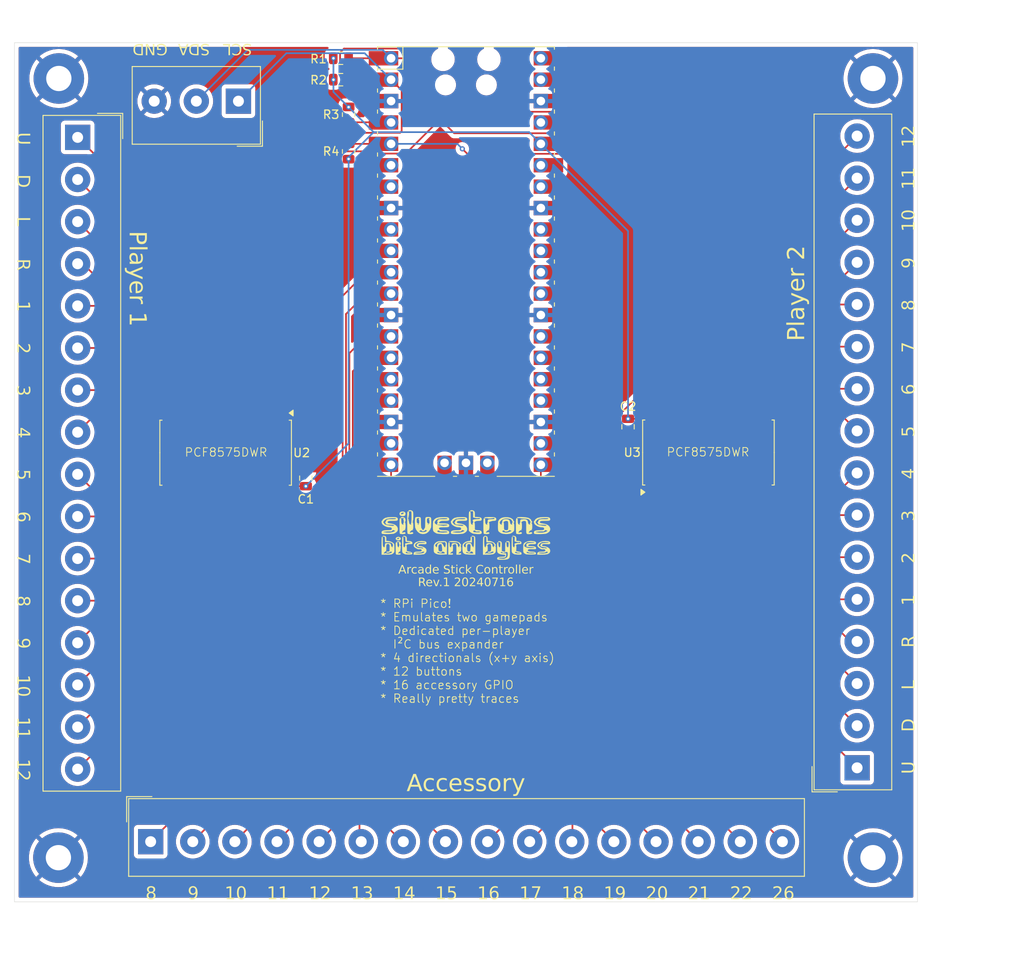
<source format=kicad_pcb>
(kicad_pcb (version 20240108) (generator "pcbnew") (generator_version "8.0")
  (layers (0 "F.Cu" signal) (31 "B.Cu" signal) (34 "B.Paste" user) (35 "F.Paste" user) (36 "B.SilkS" user "B.Silkscreen") (37 "F.SilkS" user "F.Silkscreen") (38 "B.Mask" user) (39 "F.Mask" user) (44 "Edge.Cuts" user))
  (net 0 "")
  (net 1 "+3.3V")
  (net 2 "Net-(J2-Pin_6)")
  (net 3 "Net-(J2-Pin_5)")
  (net 4 "Net-(J2-Pin_16)")
  (net 5 "Net-(J2-Pin_12)")
  (net 6 "Net-(J2-Pin_10)")
  (net 7 "Net-(J2-Pin_7)")
  (net 8 "Net-(J2-Pin_13)")
  (net 9 "Net-(J2-Pin_4)")
  (net 10 "Net-(J2-Pin_11)")
  (net 11 "Net-(J2-Pin_15)")
  (net 12 "Net-(J2-Pin_1)")
  (net 13 "Net-(J2-Pin_14)")
  (net 14 "Net-(J2-Pin_3)")
  (net 15 "Net-(J2-Pin_2)")
  (net 16 "Net-(J2-Pin_9)")
  (net 17 "Net-(J2-Pin_8)")
  (net 18 "/EXP_SDA")
  (net 19 "/EXP_SCL")
  (net 20 "/P1_INT")
  (net 21 "/P2_INT")
  (net 22 "GND")
  (net 23 "Net-(J1-Pin_6)")
  (net 24 "Net-(J1-Pin_5)")
  (net 25 "Net-(J1-Pin_16)")
  (net 26 "Net-(J1-Pin_12)")
  (net 27 "Net-(J1-Pin_10)")
  (net 28 "Net-(J1-Pin_7)")
  (net 29 "Net-(J1-Pin_13)")
  (net 30 "Net-(J1-Pin_4)")
  (net 31 "Net-(J1-Pin_11)")
  (net 32 "Net-(J1-Pin_15)")
  (net 33 "Net-(J1-Pin_1)")
  (net 34 "Net-(J1-Pin_14)")
  (net 35 "Net-(J1-Pin_3)")
  (net 36 "Net-(J1-Pin_2)")
  (net 37 "Net-(J1-Pin_9)")
  (net 38 "Net-(J1-Pin_8)")
  (net 48 "Net-(J3-Pin_4)")
  (net 49 "Net-(J3-Pin_6)")
  (net 50 "Net-(J3-Pin_13)")
  (net 51 "Net-(J3-Pin_14)")
  (net 52 "Net-(J3-Pin_16)")
  (net 53 "Net-(J3-Pin_11)")
  (net 54 "Net-(J3-Pin_10)")
  (net 55 "Net-(J3-Pin_9)")
  (net 56 "Net-(J3-Pin_1)")
  (net 57 "Net-(J3-Pin_15)")
  (net 58 "Net-(J3-Pin_3)")
  (net 59 "Net-(J3-Pin_2)")
  (net 60 "Net-(J3-Pin_7)")
  (net 61 "Net-(J3-Pin_12)")
  (net 62 "Net-(J3-Pin_8)")
  (net 63 "Net-(J3-Pin_5)")
  (footprint "MountingHole:MountingHole_3mm_Pad" (layer "F.Cu") (at 99.3775 137.06)
    (property "Reference" "H3" (hide yes))
    (property "Value" "MountingHole_Pad")
  )
  (footprint "Resistor_SMD:R_0805_2012Metric" (layer "F.Cu") (at 132.915 44.7)
    (property "Reference" "R2")
    (property "Value" "10k")
  )
  (footprint "TerminalBlock_Altech:Altech_AK100_1x16_P5.00mm" (layer "F.Cu") (at 194.195 126.3925 90)
    (property "Reference" "J2" (hide yes))
    (property "Value" "Player 2" (hide yes))
  )
  (footprint "TerminalBlock_Altech:Altech_AK100_1x03_P5.00mm" (layer "F.Cu") (at 120.75 47.25 180)
    (property "Reference" "J4" (hide yes))
    (property "Value" "I2C")
  )
  (footprint "Package_SO:SOIC-24W_7.5x15.4mm_P1.27mm" (layer "F.Cu") (at 176.545 88.96 90)
    (property "Reference" "U3")
    (property "Value" "PCF8575DWR")
  )
  (footprint "TerminalBlock_Altech:Altech_AK100_1x16_P5.00mm" (layer "F.Cu") (at 110.3275 135.16)
    (property "Reference" "J3" (hide yes))
    (property "Value" "Accessory")
  )
  (footprint "Package_SO:SOIC-24W_7.5x15.4mm_P1.27mm" (layer "F.Cu") (at 119.2275 88.985001 -90)
    (property "Reference" "U2")
    (property "Value" "PCF8575DWR")
  )
  (footprint "MountingHole:MountingHole_3mm_Pad" (layer "F.Cu") (at 196.0775 137.06)
    (property "Reference" "H4" (hide yes))
    (property "Value" "MountingHole_Pad")
  )
  (footprint "TerminalBlock_Altech:Altech_AK100_1x16_P5.00mm" (layer "F.Cu") (at 101.659999 51.552501 -90)
    (property "Reference" "J1" (hide yes))
    (property "Value" "Player 1")
  )
  (footprint "Resistor_SMD:R_0805_2012Metric" (layer "F.Cu") (at 133.8275 48.8475 -90)
    (property "Reference" "R3")
    (property "Value" "10k")
  )
  (footprint "Resistor_SMD:R_0805_2012Metric" (layer "F.Cu") (at 132.915 42.16)
    (property "Reference" "R1")
    (property "Value" "10k")
  )
  (footprint "MountingHole:MountingHole_3mm_Pad" (layer "F.Cu") (at 196.0775 44.56)
    (property "Reference" "H2" (hide yes))
    (property "Value" "MountingHole_Pad")
  )
  (footprint "Resistor_SMD:R_0805_2012Metric" (layer "F.Cu") (at 133.8275 53.2225 90)
    (property "Reference" "R4")
    (property "Value" "10k")
  )
  (footprint "Symbol:OSHW-Logo2_9.8x8mm_Copper" (layer "F.Cu") (at 179.75 46.25)
    (property "Reference" "REF**" (hide yes))
    (property "Value" "OSHW-Logo2_9.8x8mm_Copper" (hide yes))
  )
  (footprint "Capacitor_SMD:C_0805_2012Metric" (layer "F.Cu") (at 128.75 92.01 90)
    (property "Reference" "C1")
    (property "Value" "100nF")
  )
  (footprint "MountingHole:MountingHole_3mm_Pad" (layer "F.Cu") (at 99.4275 44.56)
    (property "Reference" "H1" (hide yes))
    (property "Value" "MountingHole_Pad")
  )
  (footprint "KiCad Components:sbab-logo-20x6mm" (layer "F.Cu") (at 147.75 98.75)
    (property "Reference" "G***" (hide yes))
    (property "Value" "LOGO" (hide yes))
  )
  (footprint "KiCad Components:RPi_Pico_SMD_TH" (layer "F.Cu") (at 147.76 66.29)
    (property "Reference" "U1" (hide yes))
    (property "Value" "Pico")
  )
  (footprint "Capacitor_SMD:C_0805_2012Metric" (layer "F.Cu") (at 167 85.91 -90)
    (property "Reference" "C2")
    (property "Value" "100nF")
  )
  (gr_rect (start 94.16 40.31) (end 201.36 142.31) (stroke (width 0.05)) (fill none) (layer "Edge.Cuts"))
  (gr_text "Player 1" (at 107.5 62.635137 -90) (layer "F.SilkS") (effects (font (size 2 2) (thickness 0.1)) (justify left bottom)))
  (gr_text "4" (at 201.25 92.135241 90) (layer "F.SilkS") (effects (font (size 1.5 1.5) (thickness 0.1)) (justify left bottom)))
  (gr_text "2" (at 201.25 102.13524 90) (layer "F.SilkS") (effects (font (size 1.5 1.5) (thickness 0.1)) (justify left bottom)))
  (gr_text "18" (at 159.097982 142.25 0) (layer "F.SilkS") (effects (font (size 1.5 1.5) (thickness 0.1)) (justify left bottom)))
  (gr_text "12" (at 201.25 52.749998 90) (layer "F.SilkS") (effects (font (size 1.5 1.5) (thickness 0.1)) (justify left bottom)))
  (gr_text "U" (at 94.25 50.937742 270) (layer "F.SilkS") (effects (font (size 1.5 1.5) (thickness 0.1)) (justify left bottom)))
  (gr_text "U" (at 201.25 127.13524 90) (layer "F.SilkS") (effects (font (size 1.5 1.5) (thickness 0.1)) (justify left bottom)))
  (gr_text "21" (at 174.097982 142.25 0) (layer "F.SilkS") (effects (font (size 1.5 1.5) (thickness 0.1)) (justify left bottom)))
  (gr_text "1" (at 94.25 70.937743 270) (layer "F.SilkS") (effects (font (size 1.5 1.5) (thickness 0.1)) (justify left bottom)))
  (gr_text "12" (at 94.25 125.322984 270) (layer "F.SilkS") (effects (font (size 1.5 1.5) (thickness 0.1)) (justify left bottom)))
  (gr_text "D" (at 94.25 55.937742 270) (layer "F.SilkS") (effects (font (size 1.5 1.5) (thickness 0.1)) (justify left bottom)))
  (gr_text "D" (at 201.25 122.135242 90) (layer "F.SilkS") (effects (font (size 1.5 1.5) (thickness 0.1)) (justify left bottom)))
  (gr_text "7" (at 94.25 100.937742 270) (layer "F.SilkS") (effects (font (size 1.5 1.5) (thickness 0.1)) (justify left bottom)))
  (gr_text "SDA" (at 117.348374 40.25 180) (layer "F.SilkS") (effects (font (size 1.3 1.3) (thickness 0.1)) (justify left bottom)))
  (gr_text "L" (at 94.25 60.937742 270) (layer "F.SilkS") (effects (font (size 1.5 1.5) (thickness 0.1)) (justify left bottom)))
  (gr_text "17" (at 154.097982 142.25 0) (layer "F.SilkS") (effects (font (size 1.5 1.5) (thickness 0.1)) (justify left bottom)))
  (gr_text "11" (at 124.097982 142.25 0) (layer "F.SilkS") (effects (font (size 1.5 1.5) (thickness 0.1)) (justify left bottom)))
  (gr_text "20" (at 169.097982 142.25 0) (layer "F.SilkS") (effects (font (size 1.5 1.5) (thickness 0.1)) (justify left bottom)))
  (gr_text "13" (at 134.097982 142.25 0) (layer "F.SilkS") (effects (font (size 1.5 1.5) (thickness 0.1)) (justify left bottom)))
  (gr_text "3" (at 201.25 97.135242 90) (layer "F.SilkS") (effects (font (size 1.5 1.5) (thickness 0.1)) (justify left bottom)))
  (gr_text "R" (at 94.25 65.937742 270) (layer "F.SilkS") (effects (font (size 1.5 1.5) (thickness 0.1)) (justify left bottom)))
  (gr_text "L" (at 201.25 117.135242 90) (layer "F.SilkS") (effects (font (size 1.5 1.5) (thickness 0.1)) (justify left bottom)))
  (gr_text "4" (at 94.25 85.937742 270) (layer "F.SilkS") (effects (font (size 1.5 1.5) (thickness 0.1)) (justify left bottom)))
  (gr_text "6" (at 94.25 95.937742 270) (layer "F.SilkS") (effects (font (size 1.5 1.5) (thickness 0.1)) (justify left bottom)))
  (gr_text "10" (at 201.25 62.75 90) (layer "F.SilkS") (effects (font (size 1.5 1.5) (thickness 0.1)) (justify left bottom)))
  (gr_text "19" (at 164.097982 142.25 0) (layer "F.SilkS") (effects (font (size 1.5 1.5) (thickness 0.1)) (justify left bottom)))
  (gr_text "PCF8575DWR" (at 119.2775 89.524501 0) (layer "F.SilkS") (effects (font (size 1 1) (thickness 0.1)) (justify bottom)))
  (gr_text "1" (at 201.25 107.13524 90) (layer "F.SilkS") (effects (font (size 1.5 1.5) (thickness 0.1)) (justify left bottom)))
  (gr_text "26" (at 184.097982 142.25 0) (layer "F.SilkS") (effects (font (size 1.5 1.5) (thickness 0.1)) (justify left bottom)))
  (gr_text "3" (at 94.25 80.937741 270) (layer "F.SilkS") (effects (font (size 1.5 1.5) (thickness 0.1)) (justify left bottom)))
  (gr_text "8" (at 201.25 72.13524 90) (layer "F.SilkS") (effects (font (size 1.5 1.5) (thickness 0.1)) (justify left bottom)))
  (gr_text "Accessory" (at 147.76 129.5 0) (layer "F.SilkS") (effects (font (size 2 2) (thickness 0.1)) (justify bottom)))
  (gr_text "Arcade Stick Controller" (at 147.75 103.5 0) (layer "F.SilkS") (effects (font (size 1 1) (thickness 0.1)) (justify bottom)))
  (gr_text "5" (at 94.25 90.937742 270) (layer "F.SilkS") (effects (font (size 1.5 1.5) (thickness 0.1)) (justify left bottom)))
  (gr_text "22" (at 179.097982 142.25 0) (layer "F.SilkS") (effects (font (size 1.5 1.5) (thickness 0.1)) (justify left bottom)))
  (gr_text "15" (at 144.097982 142.25 0) (layer "F.SilkS") (effects (font (size 1.5 1.5) (thickness 0.1)) (justify left bottom)))
  (gr_text "* RPi Pico!\n* Emulates two gamepads\n* Dedicated per-player\n  I²C bus expander\n* 4 directionals (x+y axis)\n* 12 buttons\n* 16 accessory GPIO\n* Really pretty traces" (at 137.5 118.75 0) (layer "F.SilkS") (effects (font (size 1 1) (thickness 0.1)) (justify left bottom)))
  (gr_text "10" (at 119.097982 142.25 0) (layer "F.SilkS") (effects (font (size 1.5 1.5) (thickness 0.1)) (justify left bottom)))
  (gr_text "8" (at 94.25 105.937742 270) (layer "F.SilkS") (effects (font (size 1.5 1.5) (thickness 0.1)) (justify left bottom)))
  (gr_text "6" (at 201.25 82.135241 90) (layer "F.SilkS") (effects (font (size 1.5 1.5) (thickness 0.1)) (justify left bottom)))
  (gr_text "9" (at 201.25 67.135242 90) (layer "F.SilkS") (effects (font (size 1.5 1.5) (thickness 0.1)) (justify left bottom)))
  (gr_text "Player 2" (at 188.25 75.75 90) (layer "F.SilkS") (effects (font (size 2 2) (thickness 0.1)) (justify left bottom)))
  (gr_text "R" (at 201.25 112.135241 90) (layer "F.SilkS") (effects (font (size 1.5 1.5) (thickness 0.1)) (justify left bottom)))
  (gr_text "GND" (at 112.348374 40.25 180) (layer "F.SilkS") (effects (font (size 1.3 1.3) (thickness 0.1)) (justify left bottom)))
  (gr_text "8" (at 109.712741 142.25 0) (layer "F.SilkS") (effects (font (size 1.5 1.5) (thickness 0.1)) (justify left bottom)))
  (gr_text "SCL" (at 122.348374 40.25 180) (layer "F.SilkS") (effects (font (size 1.3 1.3) (thickness 0.1)) (justify left bottom)))
  (gr_text "2" (at 94.25 75.937743 270) (layer "F.SilkS") (effects (font (size 1.5 1.5) (thickness 0.1)) (justify left bottom)))
  (gr_text "7" (at 201.25 77.13524 90) (layer "F.SilkS") (effects (font (size 1.5 1.5) (thickness 0.1)) (justify left bottom)))
  (gr_text "9" (at 94.25 110.937742 270) (layer "F.SilkS") (effects (font (size 1.5 1.5) (thickness 0.1)) (justify left bottom)))
  (gr_text "10" (at 94.25 115.322983 270) (layer "F.SilkS") (effects (font (size 1.5 1.5) (thickness 0.1)) (justify left bottom)))
  (gr_text "16" (at 149.097982 142.25 0) (layer "F.SilkS") (effects (font (size 1.5 1.5) (thickness 0.1)) (justify left bottom)))
  (gr_text "11" (at 201.25 57.75 90) (layer "F.SilkS") (effects (font (size 1.5 1.5) (thickness 0.1)) (justify left bottom)))
  (gr_text "Rev.1 20240716" (at 147.75 105 0) (layer "F.SilkS") (effects (font (size 1 1) (thickness 0.1)) (justify bottom)))
  (gr_text "14" (at 139.097982 142.25 0) (layer "F.SilkS") (effects (font (size 1.5 1.5) (thickness 0.1)) (justify left bottom)))
  (gr_text "PCF8575DWR" (at 176.495 89.4995 0) (layer "F.SilkS") (effects (font (size 1 1) (thickness 0.1)) (justify bottom)))
  (gr_text "11" (at 94.25 120.322983 270) (layer "F.SilkS") (effects (font (size 1.5 1.5) (thickness 0.1)) (justify left bottom)))
  (gr_text "9" (at 114.712741 142.25 0) (layer "F.SilkS") (effects (font (size 1.5 1.5) (thickness 0.1)) (justify left bottom)))
  (gr_text "12" (at 129.097982 142.25 0) (layer "F.SilkS") (effects (font (size 1.5 1.5) (thickness 0.1)) (justify left bottom)))
  (gr_text "5" (at 201.25 87.135241 90) (layer "F.SilkS") (effects (font (size 1.5 1.5) (thickness 0.1)) (justify left bottom)))
  (segment (start 173.37 85.334999) (end 172.954999 85.75) (width 0.2) (layer "F.Cu") (net 1))
  (segment (start 169.975001 85.75) (end 169.56 85.334999) (width 0.2) (layer "F.Cu") (net 1))
  (segment (start 127.79 92.96) (end 128.75 92.96) (width 0.2) (layer "F.Cu") (net 1))
  (segment (start 169.56 85.334999) (end 169.56 84.31) (width 0.2) (layer "F.Cu") (net 1))
  (segment (start 168.69 84.31) (end 169.56 84.31) (width 0.2) (layer "F.Cu") (net 1))
  (segment (start 172.954999 85.75) (end 169.975001 85.75) (width 0.2) (layer "F.Cu") (net 1))
  (segment (start 126.2125 93.635001) (end 127.114999 93.635001) (width 0.2) (layer "F.Cu") (net 1))
  (segment (start 167 84.96) (end 168.04 84.96) (width 0.2) (layer "F.Cu") (net 1))
  (segment (start 127.114999 93.635001) (end 127.79 92.96) (width 0.2) (layer "F.Cu") (net 1))
  (segment (start 168.04 84.96) (end 168.69 84.31) (width 0.2) (layer "F.Cu") (net 1))
  (segment (start 173.37 84.31) (end 173.37 85.334999) (width 0.2) (layer "F.Cu") (net 1))
  (via (at 132.0275 42.16) (size 0.6) (drill 0.3) (layers "F.Cu" "B.Cu") (net 1))
  (via (at 167 84.96) (size 0.6) (drill 0.3) (layers "F.Cu" "B.Cu") (net 1))
  (via (at 128.75 92.96) (size 0.6) (drill 0.3) (layers "F.Cu" "B.Cu") (net 1))
  (via (at 132.0275 44.71) (size 0.6) (drill 0.3) (layers "F.Cu" "B.Cu") (net 1))
  (via (at 133.8275 54.11) (size 0.6) (drill 0.3) (layers "F.Cu" "B.Cu") (net 1))
  (via (at 133.8275 47.96) (size 0.6) (drill 0.3) (layers "F.Cu" "B.Cu") (net 1))
  (segment (start 133.8275 53.9) (end 136.7975 50.93) (width 0.2) (layer "B.Cu") (net 1))
  (segment (start 156.65 52.32) (end 167 62.67) (width 0.2) (layer "B.Cu") (net 1))
  (segment (start 133.8275 83) (end 133.8275 87.8825) (width 0.2) (layer "B.Cu") (net 1))
  (segment (start 155.26 50.93) (end 136.7975 50.93) (width 0.2) (layer "B.Cu") (net 1))
  (segment (start 167 62.67) (end 167 84.96) (width 0.2) (layer "B.Cu") (net 1))
  (segment (start 136.7975 50.93) (end 133.8275 47.96) (width 0.2) (layer "B.Cu") (net 1))
  (segment (start 133.8275 87.8825) (end 132.105 89.605) (width 0.2) (layer "B.Cu") (net 1))
  (segment (start 133.8275 54.11) (end 133.8275 83) (width 0.2) (layer "B.Cu") (net 1))
  (segment (start 133.8275 47.96) (end 132.0275 46.16) (width 0.2) (layer "B.Cu") (net 1))
  (segment (start 133.8275 54.11) (end 133.8275 53.9) (width 0.2) (layer "B.Cu") (net 1))
  (segment (start 156.65 52.32) (end 155.26 50.93) (width 0.2) (layer "B.Cu") (net 1))
  (segment (start 132.0275 46.16) (end 132.0275 42.16) (width 0.2) (layer "B.Cu") (net 1))
  (segment (start 132.105 89.605) (end 128.75 92.96) (width 0.2) (layer "B.Cu") (net 1))
  (segment (start 179.72 93.61) (end 179.72 95.231593) (width 0.2) (layer "F.Cu") (net 2))
  (segment (start 185.880906 101.392499) (end 194.195 101.392499) (width 0.2) (layer "F.Cu") (net 2))
  (segment (start 179.72 95.231593) (end 185.880906 101.392499) (width 0.2) (layer "F.Cu") (net 2))
  (segment (start 178.45 95.2) (end 178.45 93.61) (width 0.2) (layer "F.Cu") (net 3))
  (segment (start 194.195 106.392499) (end 189.642499 106.392499) (width 0.2) (layer "F.Cu") (net 3))
  (segment (start 189.642499 106.392499) (end 178.45 95.2) (width 0.2) (layer "F.Cu") (net 3))
  (segment (start 174.64 70.947499) (end 194.195 51.392499) (width 0.2) (layer "F.Cu") (net 4))
  (segment (start 174.64 84.31) (end 174.64 70.947499) (width 0.2) (layer "F.Cu") (net 4))
  (segment (start 191.1075 71.3925) (end 179.72 82.78) (width 0.2) (layer "F.Cu") (net 5))
  (segment (start 179.72 82.78) (end 179.72 84.31) (width 0.2) (layer "F.Cu") (net 5))
  (segment (start 194.195 71.3925) (end 191.1075 71.3925) (width 0.2) (layer "F.Cu") (net 5))
  (segment (start 183.6075 81.3925) (end 194.195 81.3925) (width 0.2) (layer "F.Cu") (net 6))
  (segment (start 182.26 84.31) (end 182.26 82.74) (width 0.2) (layer "F.Cu") (net 6))
  (segment (start 182.26 82.74) (end 183.6075 81.3925) (width 0.2) (layer "F.Cu") (net 6))
  (segment (start 182.231252 96.392501) (end 194.195 96.392501) (width 0.2) (layer "F.Cu") (net 7))
  (segment (start 180.99 95.151249) (end 182.231252 96.392501) (width 0.2) (layer "F.Cu") (net 7))
  (segment (start 180.99 93.61) (end 180.99 95.151249) (width 0.2) (layer "F.Cu") (net 7))
  (segment (start 178.45 82.1375) (end 194.195 66.3925) (width 0.2) (layer "F.Cu") (net 8))
  (segment (start 178.45 84.31) (end 178.45 82.1375) (width 0.2) (layer "F.Cu") (net 8))
  (segment (start 177.120001 95.120001) (end 177.120001 93.61) (width 0.2) (layer "F.Cu") (net 9))
  (segment (start 193.3925 111.3925) (end 177.120001 95.120001) (width 0.2) (layer "F.Cu") (net 9))
  (segment (start 194.195 111.3925) (end 193.3925 111.3925) (width 0.2) (layer "F.Cu") (net 9))
  (segment (start 187.3575 76.3925) (end 194.195 76.3925) (width 0.2) (layer "F.Cu") (net 10))
  (segment (start 180.99 82.76) (end 187.3575 76.3925) (width 0.2) (layer "F.Cu") (net 10))
  (segment (start 180.99 84.31) (end 180.99 82.76) (width 0.2) (layer "F.Cu") (net 10))
  (segment (start 175.91 84.31) (end 175.91 74.6775) (width 0.2) (layer "F.Cu") (net 11))
  (segment (start 175.91 74.6775) (end 194.195 56.3925) (width 0.2) (layer "F.Cu") (net 11))
  (segment (start 173.37 105.5675) (end 173.37 93.61) (width 0.2) (layer "F.Cu") (net 12))
  (segment (start 179.90125 112.09875) (end 173.37 105.5675) (width 0.2) (layer "F.Cu") (net 12))
  (segment (start 179.90125 112.09875) (end 194.195 126.3925) (width 0.2) (layer "F.Cu") (net 12))
  (segment (start 177.18 84.31) (end 177.18 78.4075) (width 0.2) (layer "F.Cu") (net 13))
  (segment (start 177.18 78.4075) (end 194.195 61.3925) (width 0.2) (layer "F.Cu") (net 13))
  (segment (start 178.02625 100.22375) (end 194.195 116.3925) (width 0.2) (layer "F.Cu") (net 14))
  (segment (start 178.02625 100.22375) (end 175.91 98.1075) (width 0.2) (layer "F.Cu") (net 14))
  (segment (start 175.91 98.1075) (end 175.91 93.61) (width 0.2) (layer "F.Cu") (net 14))
  (segment (start 179.02625 106.22375) (end 194.195 121.3925) (width 0.2) (layer "F.Cu") (net 15))
  (segment (start 174.64 101.8375) (end 174.64 93.61) (width 0.2) (layer "F.Cu") (net 15))
  (segment (start 179.02625 106.22375) (end 174.64 101.8375) (width 0.2) (layer "F.Cu") (net 15))
  (segment (start 194.195 86.3925) (end 192.1125 84.31) (width 0.2) (layer "F.Cu") (net 16))
  (segment (start 192.1125 84.31) (end 183.53 84.31) (width 0.2) (layer "F.Cu") (net 16))
  (segment (start 182.4375 95.25) (end 190.3375 95.25) (width 0.2) (layer "F.Cu") (net 17))
  (segment (start 182.26 93.61) (end 182.26 95.0725) (width 0.2) (layer "F.Cu") (net 17))
  (segment (start 190.3375 95.25) (end 194.195 91.3925) (width 0.2) (layer "F.Cu") (net 17))
  (segment (start 182.26 95.0725) (end 182.4375 95.25) (width 0.2) (layer "F.Cu") (net 17))
  (segment (start 146.361814 51.06) (end 166.900686 51.06) (width 0.2) (layer "F.Cu") (net 18))
  (segment (start 132.54 53.21) (end 127.5 58.25) (width 0.2) (layer "F.Cu") (net 18))
  (segment (start 140.5275 42.16) (end 138.87 42.16) (width 0.2) (layer "F.Cu") (net 18))
  (segment (start 140.6175 53.47) (end 135.855 53.47) (width 0.2) (layer "F.Cu") (net 18))
  (segment (start 143.0775 47.775686) (end 144.694657 49.392843) (width 0.2) (layer "F.Cu") (net 18))
  (segment (start 143.0775 47.775686) (end 143.0775 44.86) (width 0.2) (layer "F.Cu") (net 18))
  (segment (start 143.0775 47.775686) (end 146.361814 51.06) (width 0.2) (layer "F.Cu") (net 18))
  (segment (start 135.595 53.21) (end 132.54 53.21) (width 0.2) (layer "F.Cu") (net 18))
  (segment (start 143.0775 44.86) (end 143.0775 44.71) (width 0.2) (layer "F.Cu") (net 18))
  (segment (start 166.900686 51.06) (end 170.83 54.989314) (width 0.2) (layer "F.Cu") (net 18))
  (segment (start 124.9425 91.5575) (end 124.9425 93.635001) (width 0.2) (layer "F.Cu") (net 18))
  (segment (start 135.855 53.47) (end 135.595 53.21) (width 0.2) (layer "F.Cu") (net 18))
  (segment (start 170.83 54.989314) (end 170.83 84.31) (width 0.2) (layer "F.Cu") (net 18))
  (segment (start 143.0775 44.71) (end 140.5275 42.16) (width 0.2) (layer "F.Cu") (net 18))
  (segment (start 144.694657 49.392843) (end 140.6175 53.47) (width 0.2) (layer "F.Cu") (net 18))
  (segment (start 127.5 89) (end 124.9425 91.5575) (width 0.2) (layer "F.Cu") (net 18))
  (segment (start 127.5 58.25) (end 127.5 89) (width 0.2) (layer "F.Cu") (net 18))
  (segment (start 133.8275 42.16) (end 138.87 42.16) (width 0.2) (layer "F.Cu") (net 18))
  (segment (start 137.87 41.16) (end 138.87 42.16) (width 0.2) (layer "B.Cu") (net 18))
  (segment (start 121.84 41.16) (end 137.87 41.16) (width 0.2) (layer "B.Cu") (net 18))
  (segment (start 115.75 47.25) (end 121.84 41.16) (width 0.2) (layer "B.Cu") (net 18))
  (segment (start 126.85 88.4) (end 123.6725 91.5775) (width 0.2) (layer "F.Cu") (net 19))
  (segment (start 143.6275 47.76) (end 144.3775 48.51) (width 0.2) (layer "F.Cu") (net 19))
  (segment (start 132.815 43.6875) (end 132.815 41.475256) (width 0.2) (layer "F.Cu") (net 19))
  (segment (start 135.5 51.01) (end 139.9275 51.01) (width 0.2) (layer "F.Cu") (net 19))
  (segment (start 132.815 41.475256) (end 133.280256 41.01) (width 0.2) (layer "F.Cu") (net 19))
  (segment (start 140.02 41.01) (end 143.6275 44.6175) (width 0.2) (layer "F.Cu") (net 19))
  (segment (start 135.5 51.01) (end 133.630256 51.01) (width 0.2) (layer "F.Cu") (net 19))
  (segment (start 126.85 57.790256) (end 126.85 88.4) (width 0.2) (layer "F.Cu") (net 19))
  (segment (start 139.9275 51.01) (end 140.1275 50.81) (width 0.2) (layer "F.Cu") (net 19))
  (segment (start 133.8275 44.7) (end 132.815 43.6875) (width 0.2) (layer "F.Cu") (net 19))
  (segment (start 140.1275 50.81) (end 140.1275 45.9575) (width 0.2) (layer "F.Cu") (net 19))
  (segment (start 164.916372 48.51) (end 172.1 55.693628) (width 0.2) (layer "F.Cu") (net 19))
  (segment (start 133.499744 44.7) (end 133.8275 44.7) (width 0.2) (layer "F.Cu") (net 19))
  (segment (start 172.1 55.693628) (end 172.1 84.31) (width 0.2) (layer "F.Cu") (net 19))
  (segment (start 133.630256 51.01) (end 126.85 57.790256) (width 0.2) (layer "F.Cu") (net 19))
  (segment (start 143.6275 44.6175) (end 143.6275 47.76) (width 0.2) (layer "F.Cu") (net 19))
  (segment (start 140.1275 45.9575) (end 138.87 44.7) (width 0.2) (layer "F.Cu") (net 19))
  (segment (start 144.3775 48.51) (end 164.916372 48.51) (width 0.2) (layer "F.Cu") (net 19))
  (segment (start 133.8275 44.7) (end 138.87 44.7) (width 0.2) (layer "F.Cu") (net 19))
  (segment (start 123.6725 91.5775) (end 123.6725 93.635001) (width 0.2) (layer "F.Cu") (net 19))
  (segment (start 133.280256 41.01) (end 140.02 41.01) (width 0.2) (layer "F.Cu") (net 19))
  (segment (start 120.75 47.25) (end 126.44 41.56) (width 0.2) (layer "B.Cu") (net 19))
  (segment (start 126.44 41.56) (end 135.73 41.56) (width 0.2) (layer "B.Cu") (net 19))
  (segment (start 135.73 41.56) (end 138.87 44.7) (width 0.2) (layer "B.Cu") (net 19))
  (segment (start 138.85 49.76) (end 138.87 49.78) (width 0.2) (layer "F.Cu") (net 20))
  (segment (start 133.8275 49.76) (end 138.85 49.76) (width 0.2) (layer "F.Cu") (net 20))
  (segment (start 126.2125 57.375) (end 126.2125 84.335001) (width 0.2) (layer "F.Cu") (net 20))
  (segment (start 133.8275 49.76) (end 126.2125 57.375) (width 0.2) (layer "F.Cu") (net 20))
  (segment (start 165.975 84.475256) (end 165.975 90.975) (width 0.2) (layer "F.Cu") (net 21))
  (segment (start 170.43 55.155) (end 170.43 80.020256) (width 0.2) (layer "F.Cu") (net 21))
  (segment (start 147.9175 53.5) (end 168.775 53.5) (width 0.2) (layer "F.Cu") (net 21))
  (segment (start 165.975 90.975) (end 168.61 93.61) (width 0.2) (layer "F.Cu") (net 21))
  (segment (start 133.8275 52.32) (end 138.87 52.32) (width 0.2) (layer "F.Cu") (net 21))
  (segment (start 168.775 53.5) (end 170.43 55.155) (width 0.2) (layer "F.Cu") (net 21))
  (segment (start 168.61 93.61) (end 169.56 93.61) (width 0.2) (layer "F.Cu") (net 21))
  (segment (start 147.3275 52.91) (end 147.9175 53.5) (width 0.2) (layer "F.Cu") (net 21))
  (segment (start 170.43 80.020256) (end 165.975 84.475256) (width 0.2) (layer "F.Cu") (net 21))
  (via (at 147.3275 52.91) (size 0.6) (drill 0.3) (layers "F.Cu" "B.Cu") (net 21))
  (segment (start 146.7375 52.32) (end 138.87 52.32) (width 0.2) (layer "B.Cu") (net 21))
  (segment (start 147.3275 52.91) (end 146.7375 52.32) (width 0.2) (layer "B.Cu") (net 21))
  (segment (start 115.6525 87.185) (end 115.6775 87.21) (width 0.2) (layer "F.Cu") (net 22))
  (segment (start 116.0525 82.8025) (end 116.0525 84.335001) (width 0.2) (layer "F.Cu") (net 23))
  (segment (start 109.802502 76.552502) (end 116.0525 82.8025) (width 0.2) (layer "F.Cu") (net 23))
  (segment (start 101.659999 76.552502) (end 109.802502 76.552502) (width 0.2) (layer "F.Cu") (net 23))
  (segment (start 106.052502 71.552502) (end 117.3225 82.8225) (width 0.2) (layer "F.Cu") (net 24))
  (segment (start 101.659999 71.552502) (end 106.052502 71.552502) (width 0.2) (layer "F.Cu") (net 24))
  (segment (start 117.3225 82.8225) (end 117.3225 84.335001) (width 0.2) (layer "F.Cu") (net 24))
  (segment (start 118.98125 109.23125) (end 121.1325 107.08) (width 0.2) (layer "F.Cu") (net 25))
  (segment (start 121.1325 107.08) (end 121.1325 93.635001) (width 0.2) (layer "F.Cu") (net 25))
  (segment (start 118.98125 109.23125) (end 101.659999 126.552502) (width 0.2) (layer "F.Cu") (net 25))
  (segment (start 101.659999 106.552501) (end 104.647499 106.552501) (width 0.2) (layer "F.Cu") (net 26))
  (segment (start 104.647499 106.552501) (end 116.0525 95.1475) (width 0.2) (layer "F.Cu") (net 26))
  (segment (start 116.0525 95.1475) (end 116.0525 93.635001) (width 0.2) (layer "F.Cu") (net 26))
  (segment (start 101.659999 96.552501) (end 112.197499 96.552501) (width 0.2) (layer "F.Cu") (net 27))
  (segment (start 113.5125 95.2375) (end 113.5125 93.635001) (width 0.2) (layer "F.Cu") (net 27))
  (segment (start 112.197499 96.552501) (end 113.5125 95.2375) (width 0.2) (layer "F.Cu") (net 27))
  (segment (start 113.5525 81.5525) (end 114.7825 82.7825) (width 0.2) (layer "F.Cu") (net 28))
  (segment (start 101.659999 81.5525) (end 113.5525 81.5525) (width 0.2) (layer "F.Cu") (net 28))
  (segment (start 114.7825 82.7825) (end 114.7825 84.335001) (width 0.2) (layer "F.Cu") (net 28))
  (segment (start 117.3225 95.89) (end 117.3225 93.635001) (width 0.2) (layer "F.Cu") (net 29))
  (segment (start 101.659999 111.552501) (end 117.3225 95.89) (width 0.2) (layer "F.Cu") (net 29))
  (segment (start 102.302501 66.552501) (end 118.5925 82.8425) (width 0.2) (layer "F.Cu") (net 30))
  (segment (start 101.659999 66.552501) (end 102.302501 66.552501) (width 0.2) (layer "F.Cu") (net 30))
  (segment (start 118.5925 82.8425) (end 118.5925 84.335001) (width 0.2) (layer "F.Cu") (net 30))
  (segment (start 114.7825 95.2175) (end 108.447499 101.552501) (width 0.2) (layer "F.Cu") (net 31))
  (segment (start 114.7825 93.635001) (end 114.7825 95.2175) (width 0.2) (layer "F.Cu") (net 31))
  (segment (start 108.447499 101.552501) (end 101.659999 101.552501) (width 0.2) (layer "F.Cu") (net 31))
  (segment (start 118.23125 104.98125) (end 101.659999 121.552501) (width 0.2) (layer "F.Cu") (net 32))
  (segment (start 119.8625 103.35) (end 119.8625 93.635001) (width 0.2) (layer "F.Cu") (net 32))
  (segment (start 118.23125 104.98125) (end 119.8625 103.35) (width 0.2) (layer "F.Cu") (net 32))
  (segment (start 120.303749 70.196251) (end 122.4025 72.295002) (width 0.2) (layer "F.Cu") (net 33))
  (segment (start 120.303749 70.196251) (end 101.659999 51.552501) (width 0.2) (layer "F.Cu") (net 33))
  (segment (start 122.4025 72.295002) (end 122.4025 84.335001) (width 0.2) (layer "F.Cu") (net 33))
  (segment (start 117.10625 101.10625) (end 101.659999 116.552501) (width 0.2) (layer "F.Cu") (net 34))
  (segment (start 118.5925 99.62) (end 118.5925 93.635001) (width 0.2) (layer "F.Cu") (net 34))
  (segment (start 117.10625 101.10625) (end 118.5925 99.62) (width 0.2) (layer "F.Cu") (net 34))
  (segment (start 119.8625 79.755002) (end 119.8625 84.335001) (width 0.2) (layer "F.Cu") (net 35))
  (segment (start 119.053749 78.946251) (end 119.8625 79.755002) (width 0.2) (layer "F.Cu") (net 35))
  (segment (start 119.053749 78.946251) (end 101.659999 61.552501) (width 0.2) (layer "F.Cu") (net 35))
  (segment (start 117.803749 72.696251) (end 121.1325 76.025002) (width 0.2) (layer "F.Cu") (net 36))
  (segment (start 121.1325 76.025002) (end 121.1325 84.335001) (width 0.2) (layer "F.Cu") (net 36))
  (segment (start 117.803749 72.696251) (end 101.659999 56.552501) (width 0.2) (layer "F.Cu") (net 36))
  (segment (start 103.742499 93.635001) (end 112.2425 93.635001) (width 0.2) (layer "F.Cu") (net 37))
  (segment (start 101.659999 91.552501) (end 103.742499 93.635001) (width 0.2) (layer "F.Cu") (net 37))
  (segment (start 113.25 82.5) (end 113.5125 82.7625) (width 0.2) (layer "F.Cu") (net 38))
  (segment (start 105.7125 82.5) (end 113.25 82.5) (width 0.2) (layer "F.Cu") (net 38))
  (segment (start 113.5125 82.7625) (end 113.5125 84.335001) (width 0.2) (layer "F.Cu") (net 38))
  (segment (start 101.659999 86.552501) (end 105.7125 82.5) (width 0.2) (layer "F.Cu") (net 38))
  (segment (start 134.32 126.135) (end 134.32 79.3175) (width 0.2) (layer "F.Cu") (net 48))
  (segment (start 134.32 79.3175) (end 135.9175 77.72) (width 0.2) (layer "F.Cu") (net 48))
  (segment (start 135.9175 77.72) (end 138.87 77.72) (width 0.2) (layer "F.Cu") (net 48))
  (segment (start 125.3275 135.1275) (end 134.32 126.135) (width 0.2) (layer "F.Cu") (net 48))
  (segment (start 135.12 83.6175) (end 135.9375 82.8) (width 0.2) (layer "F.Cu") (net 49))
  (segment (start 135.9375 82.8) (end 138.87 82.8) (width 0.2) (layer "F.Cu") (net 49))
  (segment (start 135.12 134.92) (end 135.12 83.6175) (width 0.2) (layer "F.Cu") (net 49))
  (segment (start 135.3275 135.1275) (end 135.12 134.92) (width 0.2) (layer "F.Cu") (net 49))
  (segment (start 161.2 79.2325) (end 159.6875 77.72) (width 0.2) (layer "F.Cu") (net 50))
  (segment (start 170.3275 135.1275) (end 161.2 126) (width 0.2) (layer "F.Cu") (net 50))
  (segment (start 159.6875 77.72) (end 156.65 77.72) (width 0.2) (layer "F.Cu") (net 50))
  (segment (start 161.2 126) (end 161.2 79.2325) (width 0.2) (layer "F.Cu") (net 50))
  (segment (start 161.6 121.4) (end 161.6 77.0825) (width 0.2) (layer "F.Cu") (net 51))
  (segment (start 161.6 77.0825) (end 159.6975 75.18) (width 0.2) (layer "F.Cu") (net 51))
  (segment (start 175.3275 135.1275) (end 161.6 121.4) (width 0.2) (layer "F.Cu") (net 51))
  (segment (start 159.6975 75.18) (end 156.65 75.18) (width 0.2) (layer "F.Cu") (net 51))
  (segment (start 159.6875 65.02) (end 156.65 65.02) (width 0.2) (layer "F.Cu") (net 52))
  (segment (start 162.4 112.2) (end 162.4 67.7325) (width 0.2) (layer "F.Cu") (net 52))
  (segment (start 162.4 67.7325) (end 159.6875 65.02) (width 0.2) (layer "F.Cu") (net 52))
  (segment (start 185.3275 135.1275) (end 162.4 112.2) (width 0.2) (layer "F.Cu") (net 52))
  (segment (start 160.4 83.5325) (end 159.6675 82.8) (width 0.2) (layer "F.Cu") (net 53))
  (segment (start 160.4 135.055) (end 160.4 83.5325) (width 0.2) (layer "F.Cu") (net 53))
  (segment (start 159.6675 82.8) (end 156.65 82.8) (width 0.2) (layer "F.Cu") (net 53))
  (segment (start 160.3275 135.1275) (end 160.4 135.055) (width 0.2) (layer "F.Cu") (net 53))
  (segment (start 159.5975 87.88) (end 156.65 87.88) (width 0.2) (layer "F.Cu") (net 54))
  (segment (start 160 88.2825) (end 159.5975 87.88) (width 0.2) (layer "F.Cu") (net 54))
  (segment (start 160 130.455) (end 160 88.2825) (width 0.2) (layer "F.Cu") (net 54))
  (segment (start 155.3275 135.1275) (end 160 130.455) (width 0.2) (layer "F.Cu") (net 54))
  (segment (start 159.6 125.855) (end 159.6 95.2325) (width 0.2) (layer "F.Cu") (net 55))
  (segment (start 150.3275 135.1275) (end 159.6 125.855) (width 0.2) (layer "F.Cu") (net 55))
  (segment (start 159.6 95.2325) (end 156.65 92.2825) (width 0.2) (layer "F.Cu") (net 55))
  (segment (start 156.65 92.2825) (end 156.65 90.42) (width 0.2) (layer "F.Cu") (net 55))
  (segment (start 135.9275 67.56) (end 138.87 67.56) (width 0.2) (layer "F.Cu") (net 56))
  (segment (start 133.12 112.335) (end 133.12 70.3675) (width 0.2) (layer "F.Cu") (net 56))
  (segment (start 133.12 70.3675) (end 135.9275 67.56) (width 0.2) (layer "F.Cu") (net 56))
  (segment (start 110.3275 135.1275) (end 133.12 112.335) (width 0.2) (layer "F.Cu") (net 56))
  (segment (start 159.7175 70.1) (end 156.65 70.1) (width 0.2) (layer "F.Cu") (net 57))
  (segment (start 162 116.8) (end 162 72.3825) (width 0.2) (layer "F.Cu") (net 57))
  (segment (start 180.3275 135.1275) (end 162 116.8) (width 0.2) (layer "F.Cu") (net 57))
  (segment (start 162 72.3825) (end 159.7175 70.1) (width 0.2) (layer "F.Cu") (net 57))
  (segment (start 120.3275 135.1275) (end 133.92 121.535) (width 0.2) (layer "F.Cu") (net 58))
  (segment (start 133.92 77.1675) (end 135.9075 75.18) (width 0.2) (layer "F.Cu") (net 58))
  (segment (start 135.9075 75.18) (end 138.87 75.18) (width 0.2) (layer "F.Cu") (net 58))
  (segment (start 133.92 121.535) (end 133.92 77.1675) (width 0.2) (layer "F.Cu") (net 58))
  (segment (start 133.52 116.935) (end 133.52 72.5175) (width 0.2) (layer "F.Cu") (net 59))
  (segment (start 115.3275 135.1275) (end 133.52 116.935) (width 0.2) (layer "F.Cu") (net 59))
  (segment (start 135.9375 70.1) (end 138.87 70.1) (width 0.2) (layer "F.Cu") (net 59))
  (segment (start 133.52 72.5175) (end 135.9375 70.1) (width 0.2) (layer "F.Cu") (net 59))
  (segment (start 135.52 130.5025) (end 135.52 88.3175) (width 0.2) (layer "F.Cu") (net 60))
  (segment (start 135.9575 87.88) (end 138.87 87.88) (width 0.2) (layer "F.Cu") (net 60))
  (segment (start 140.3275 135.1275) (end 140.145 135.1275) (width 0.2) (layer "F.Cu") (net 60))
  (segment (start 140.145 135.1275) (end 135.52 130.5025) (width 0.2) (layer "F.Cu") (net 60))
  (segment (start 135.52 88.3175) (end 135.9575 87.88) (width 0.2) (layer "F.Cu") (net 60))
  (segment (start 159.6775 80.26) (end 156.65 80.26) (width 0.2) (layer "F.Cu") (net 61))
  (segment (start 165.3275 135.1275) (end 160.8 130.6) (width 0.2) (layer "F.Cu") (net 61))
  (segment (start 160.8 130.6) (end 160.8 81.3825) (width 0.2) (layer "F.Cu") (net 61))
  (segment (start 160.8 81.3825) (end 159.6775 80.26) (width 0.2) (layer "F.Cu") (net 61))
  (segment (start 145.3275 135.1275) (end 135.92 125.72) (width 0.2) (layer "F.Cu") (net 62))
  (segment (start 135.92 95.1675) (end 138.87 92.2175) (width 0.2) (layer "F.Cu") (net 62))
  (segment (start 138.87 92.2175) (end 138.87 90.42) (width 0.2) (layer "F.Cu") (net 62))
  (segment (start 135.92 125.72) (end 135.92 95.1675) (width 0.2) (layer "F.Cu") (net 62))
  (segment (start 134.72 81.4175) (end 135.8775 80.26) (width 0.2) (layer "F.Cu") (net 63))
  (segment (start 135.8775 80.26) (end 138.87 80.26) (width 0.2) (layer "F.Cu") (net 63))
  (segment (start 134.72 130.735) (end 134.72 81.4175) (width 0.2) (layer "F.Cu") (net 63))
  (segment (start 130.3275 135.1275) (end 134.72 130.735) (width 0.2) (layer "F.Cu") (net 63))
  (zone (net 22) (net_name "GND") (layers "F&B.Cu") (connect_pads (clearance 0.5)) (min_thickness 0.25) (fill yes (thermal_gap 0.5) (thermal_bridge_width 0.5))
    (polygon (pts (xy 92.7775 38.61) (xy 202.8275 38.61) (xy 202.8275 143.31) (xy 92.7775 143.31)))
  )
)
</source>
